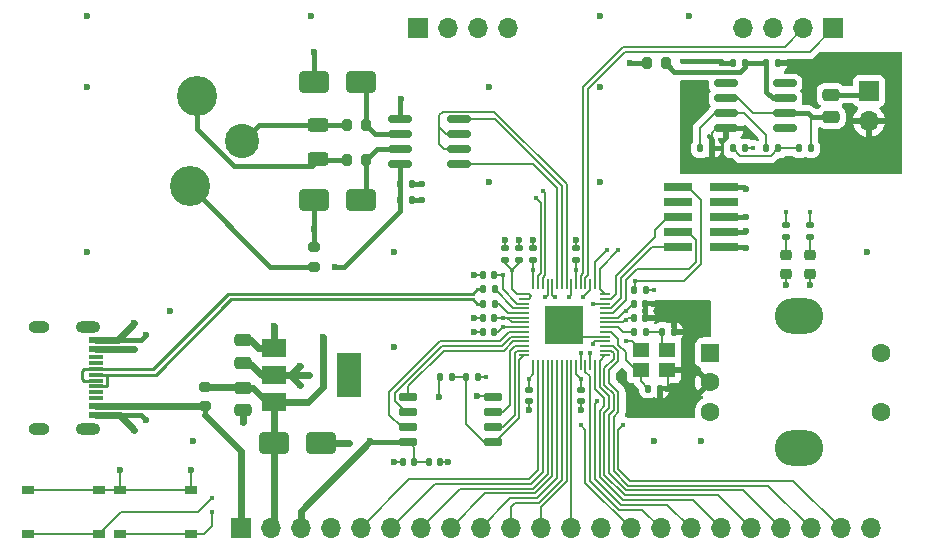
<source format=gtl>
G04 #@! TF.GenerationSoftware,KiCad,Pcbnew,7.0.10*
G04 #@! TF.CreationDate,2024-02-24T17:37:44+01:00*
G04 #@! TF.ProjectId,rp2040-board,72703230-3430-42d6-926f-6172642e6b69,rev?*
G04 #@! TF.SameCoordinates,Original*
G04 #@! TF.FileFunction,Copper,L1,Top*
G04 #@! TF.FilePolarity,Positive*
%FSLAX46Y46*%
G04 Gerber Fmt 4.6, Leading zero omitted, Abs format (unit mm)*
G04 Created by KiCad (PCBNEW 7.0.10) date 2024-02-24 17:37:44*
%MOMM*%
%LPD*%
G01*
G04 APERTURE LIST*
G04 Aperture macros list*
%AMRoundRect*
0 Rectangle with rounded corners*
0 $1 Rounding radius*
0 $2 $3 $4 $5 $6 $7 $8 $9 X,Y pos of 4 corners*
0 Add a 4 corners polygon primitive as box body*
4,1,4,$2,$3,$4,$5,$6,$7,$8,$9,$2,$3,0*
0 Add four circle primitives for the rounded corners*
1,1,$1+$1,$2,$3*
1,1,$1+$1,$4,$5*
1,1,$1+$1,$6,$7*
1,1,$1+$1,$8,$9*
0 Add four rect primitives between the rounded corners*
20,1,$1+$1,$2,$3,$4,$5,0*
20,1,$1+$1,$4,$5,$6,$7,0*
20,1,$1+$1,$6,$7,$8,$9,0*
20,1,$1+$1,$8,$9,$2,$3,0*%
G04 Aperture macros list end*
G04 #@! TA.AperFunction,SMDPad,CuDef*
%ADD10RoundRect,0.250000X0.475000X-0.250000X0.475000X0.250000X-0.475000X0.250000X-0.475000X-0.250000X0*%
G04 #@! TD*
G04 #@! TA.AperFunction,SMDPad,CuDef*
%ADD11RoundRect,0.200000X-0.275000X0.200000X-0.275000X-0.200000X0.275000X-0.200000X0.275000X0.200000X0*%
G04 #@! TD*
G04 #@! TA.AperFunction,SMDPad,CuDef*
%ADD12RoundRect,0.140000X0.170000X-0.140000X0.170000X0.140000X-0.170000X0.140000X-0.170000X-0.140000X0*%
G04 #@! TD*
G04 #@! TA.AperFunction,SMDPad,CuDef*
%ADD13RoundRect,0.140000X-0.140000X-0.170000X0.140000X-0.170000X0.140000X0.170000X-0.140000X0.170000X0*%
G04 #@! TD*
G04 #@! TA.AperFunction,SMDPad,CuDef*
%ADD14RoundRect,0.250000X1.000000X0.650000X-1.000000X0.650000X-1.000000X-0.650000X1.000000X-0.650000X0*%
G04 #@! TD*
G04 #@! TA.AperFunction,SMDPad,CuDef*
%ADD15RoundRect,0.140000X-0.170000X0.140000X-0.170000X-0.140000X0.170000X-0.140000X0.170000X0.140000X0*%
G04 #@! TD*
G04 #@! TA.AperFunction,ComponentPad*
%ADD16R,1.700000X1.700000*%
G04 #@! TD*
G04 #@! TA.AperFunction,ComponentPad*
%ADD17O,1.700000X1.700000*%
G04 #@! TD*
G04 #@! TA.AperFunction,SMDPad,CuDef*
%ADD18RoundRect,0.140000X0.140000X0.170000X-0.140000X0.170000X-0.140000X-0.170000X0.140000X-0.170000X0*%
G04 #@! TD*
G04 #@! TA.AperFunction,SMDPad,CuDef*
%ADD19RoundRect,0.135000X0.135000X0.185000X-0.135000X0.185000X-0.135000X-0.185000X0.135000X-0.185000X0*%
G04 #@! TD*
G04 #@! TA.AperFunction,SMDPad,CuDef*
%ADD20RoundRect,0.200000X0.275000X-0.200000X0.275000X0.200000X-0.275000X0.200000X-0.275000X-0.200000X0*%
G04 #@! TD*
G04 #@! TA.AperFunction,SMDPad,CuDef*
%ADD21RoundRect,0.135000X-0.135000X-0.185000X0.135000X-0.185000X0.135000X0.185000X-0.135000X0.185000X0*%
G04 #@! TD*
G04 #@! TA.AperFunction,SMDPad,CuDef*
%ADD22RoundRect,0.200000X0.200000X0.275000X-0.200000X0.275000X-0.200000X-0.275000X0.200000X-0.275000X0*%
G04 #@! TD*
G04 #@! TA.AperFunction,SMDPad,CuDef*
%ADD23R,1.000000X0.750000*%
G04 #@! TD*
G04 #@! TA.AperFunction,ComponentPad*
%ADD24RoundRect,0.250000X-0.550000X-0.550000X0.550000X-0.550000X0.550000X0.550000X-0.550000X0.550000X0*%
G04 #@! TD*
G04 #@! TA.AperFunction,ComponentPad*
%ADD25C,1.600000*%
G04 #@! TD*
G04 #@! TA.AperFunction,ComponentPad*
%ADD26O,4.100000X3.000000*%
G04 #@! TD*
G04 #@! TA.AperFunction,SMDPad,CuDef*
%ADD27R,2.400000X0.740000*%
G04 #@! TD*
G04 #@! TA.AperFunction,SMDPad,CuDef*
%ADD28RoundRect,0.200000X-0.200000X-0.275000X0.200000X-0.275000X0.200000X0.275000X-0.200000X0.275000X0*%
G04 #@! TD*
G04 #@! TA.AperFunction,ComponentPad*
%ADD29C,3.400000*%
G04 #@! TD*
G04 #@! TA.AperFunction,ComponentPad*
%ADD30C,2.900000*%
G04 #@! TD*
G04 #@! TA.AperFunction,SMDPad,CuDef*
%ADD31R,1.240000X0.600000*%
G04 #@! TD*
G04 #@! TA.AperFunction,SMDPad,CuDef*
%ADD32R,1.240000X0.300000*%
G04 #@! TD*
G04 #@! TA.AperFunction,ComponentPad*
%ADD33O,2.100000X1.000000*%
G04 #@! TD*
G04 #@! TA.AperFunction,ComponentPad*
%ADD34O,1.800000X1.000000*%
G04 #@! TD*
G04 #@! TA.AperFunction,SMDPad,CuDef*
%ADD35RoundRect,0.218750X0.256250X-0.218750X0.256250X0.218750X-0.256250X0.218750X-0.256250X-0.218750X0*%
G04 #@! TD*
G04 #@! TA.AperFunction,SMDPad,CuDef*
%ADD36RoundRect,0.250000X-1.000000X-0.650000X1.000000X-0.650000X1.000000X0.650000X-1.000000X0.650000X0*%
G04 #@! TD*
G04 #@! TA.AperFunction,SMDPad,CuDef*
%ADD37RoundRect,0.150000X0.650000X0.150000X-0.650000X0.150000X-0.650000X-0.150000X0.650000X-0.150000X0*%
G04 #@! TD*
G04 #@! TA.AperFunction,SMDPad,CuDef*
%ADD38RoundRect,0.135000X0.185000X-0.135000X0.185000X0.135000X-0.185000X0.135000X-0.185000X-0.135000X0*%
G04 #@! TD*
G04 #@! TA.AperFunction,SMDPad,CuDef*
%ADD39R,1.400000X1.200000*%
G04 #@! TD*
G04 #@! TA.AperFunction,SMDPad,CuDef*
%ADD40R,2.000000X1.500000*%
G04 #@! TD*
G04 #@! TA.AperFunction,SMDPad,CuDef*
%ADD41R,2.000000X3.800000*%
G04 #@! TD*
G04 #@! TA.AperFunction,SMDPad,CuDef*
%ADD42RoundRect,0.050000X0.050000X-0.387500X0.050000X0.387500X-0.050000X0.387500X-0.050000X-0.387500X0*%
G04 #@! TD*
G04 #@! TA.AperFunction,SMDPad,CuDef*
%ADD43RoundRect,0.050000X0.387500X-0.050000X0.387500X0.050000X-0.387500X0.050000X-0.387500X-0.050000X0*%
G04 #@! TD*
G04 #@! TA.AperFunction,SMDPad,CuDef*
%ADD44R,3.200000X3.200000*%
G04 #@! TD*
G04 #@! TA.AperFunction,SMDPad,CuDef*
%ADD45RoundRect,0.250000X0.625000X-0.312500X0.625000X0.312500X-0.625000X0.312500X-0.625000X-0.312500X0*%
G04 #@! TD*
G04 #@! TA.AperFunction,SMDPad,CuDef*
%ADD46RoundRect,0.150000X0.825000X0.150000X-0.825000X0.150000X-0.825000X-0.150000X0.825000X-0.150000X0*%
G04 #@! TD*
G04 #@! TA.AperFunction,SMDPad,CuDef*
%ADD47RoundRect,0.150000X-0.825000X-0.150000X0.825000X-0.150000X0.825000X0.150000X-0.825000X0.150000X0*%
G04 #@! TD*
G04 #@! TA.AperFunction,SMDPad,CuDef*
%ADD48RoundRect,0.250000X-0.475000X0.250000X-0.475000X-0.250000X0.475000X-0.250000X0.475000X0.250000X0*%
G04 #@! TD*
G04 #@! TA.AperFunction,ViaPad*
%ADD49C,0.450000*%
G04 #@! TD*
G04 #@! TA.AperFunction,ViaPad*
%ADD50C,0.600000*%
G04 #@! TD*
G04 #@! TA.AperFunction,Conductor*
%ADD51C,0.200000*%
G04 #@! TD*
G04 #@! TA.AperFunction,Conductor*
%ADD52C,0.400000*%
G04 #@! TD*
G04 #@! TA.AperFunction,Conductor*
%ADD53C,0.600000*%
G04 #@! TD*
G04 #@! TA.AperFunction,Conductor*
%ADD54C,0.284000*%
G04 #@! TD*
G04 APERTURE END LIST*
D10*
X119200000Y-104350000D03*
X119200000Y-102450000D03*
D11*
X116000000Y-106375000D03*
X116000000Y-108025000D03*
D12*
X143800000Y-95605000D03*
X143800000Y-94645000D03*
X147400000Y-95605000D03*
X147400000Y-94645000D03*
D13*
X152320000Y-100525000D03*
X153280000Y-100525000D03*
D14*
X129200000Y-90600000D03*
X125200000Y-90600000D03*
D15*
X143400000Y-106645000D03*
X143400000Y-107605000D03*
D16*
X119000000Y-118325000D03*
D17*
X121540000Y-118325000D03*
X124080000Y-118325000D03*
X126620000Y-118325000D03*
X129160000Y-118325000D03*
X131700000Y-118325000D03*
X134240000Y-118325000D03*
X136780000Y-118325000D03*
X139320000Y-118325000D03*
X141860000Y-118325000D03*
X144400000Y-118325000D03*
X146940000Y-118325000D03*
X149480000Y-118325000D03*
X152020000Y-118325000D03*
X154560000Y-118325000D03*
X157100000Y-118325000D03*
X159640000Y-118325000D03*
X162180000Y-118325000D03*
X164720000Y-118325000D03*
X167260000Y-118325000D03*
X169800000Y-118325000D03*
X172340000Y-118325000D03*
D18*
X133680000Y-112725000D03*
X132720000Y-112725000D03*
D19*
X161710000Y-86200000D03*
X160690000Y-86200000D03*
D20*
X125200000Y-96225000D03*
X125200000Y-94575000D03*
D21*
X135890000Y-105525000D03*
X136910000Y-105525000D03*
D13*
X154720000Y-101725000D03*
X155680000Y-101725000D03*
D22*
X155025000Y-79000000D03*
X153375000Y-79000000D03*
D23*
X101000000Y-115125000D03*
X107000000Y-115125000D03*
X101000000Y-118875000D03*
X107000000Y-118875000D03*
D13*
X132520000Y-89200000D03*
X133480000Y-89200000D03*
D16*
X169200000Y-76000000D03*
D17*
X166660000Y-76000000D03*
X164120000Y-76000000D03*
X161580000Y-76000000D03*
D10*
X169000000Y-83550000D03*
X169000000Y-81650000D03*
D13*
X157920000Y-86200000D03*
X158880000Y-86200000D03*
D18*
X161680000Y-79000000D03*
X160720000Y-79000000D03*
D21*
X139490000Y-98125000D03*
X140510000Y-98125000D03*
D13*
X166320000Y-86200000D03*
X167280000Y-86200000D03*
D24*
X158750000Y-103500000D03*
D25*
X158750000Y-108500000D03*
X158750000Y-106000000D03*
X173250000Y-103500000D03*
X173250000Y-108500000D03*
D26*
X166250000Y-100400000D03*
X166250000Y-111600000D03*
D27*
X159950000Y-94540000D03*
X156050000Y-94540000D03*
X159950000Y-93270000D03*
X156050000Y-93270000D03*
X159950000Y-92000000D03*
X156050000Y-92000000D03*
X159950000Y-90730000D03*
X156050000Y-90730000D03*
X159950000Y-89460000D03*
X156050000Y-89460000D03*
D28*
X127975000Y-84200000D03*
X129625000Y-84200000D03*
X127975000Y-87200000D03*
X129625000Y-87200000D03*
D21*
X139490000Y-99325000D03*
X140510000Y-99325000D03*
D29*
X114690000Y-89400000D03*
X115325000Y-81780000D03*
D30*
X119140000Y-85590000D03*
D31*
X106725000Y-102400000D03*
X106725000Y-103200000D03*
D32*
X106725000Y-104350000D03*
X106725000Y-105350000D03*
X106725000Y-105850000D03*
X106725000Y-106850000D03*
D31*
X106725000Y-108000000D03*
X106725000Y-108800000D03*
X106725000Y-108800000D03*
X106725000Y-108000000D03*
D32*
X106725000Y-107350000D03*
X106725000Y-106350000D03*
X106725000Y-104850000D03*
X106725000Y-103850000D03*
D31*
X106725000Y-103200000D03*
X106725000Y-102400000D03*
D33*
X106125000Y-101280000D03*
D34*
X101925000Y-101280000D03*
D33*
X106125000Y-109920000D03*
D34*
X101925000Y-109920000D03*
D23*
X108800000Y-115125000D03*
X114800000Y-115125000D03*
X108800000Y-118875000D03*
X114800000Y-118875000D03*
D15*
X147800000Y-106645000D03*
X147800000Y-107605000D03*
D18*
X140480000Y-96925000D03*
X139520000Y-96925000D03*
D16*
X172200000Y-81325000D03*
D17*
X172200000Y-83865000D03*
D35*
X165200000Y-96787500D03*
X165200000Y-95212500D03*
D12*
X141400000Y-95605000D03*
X141400000Y-94645000D03*
D16*
X134000000Y-76000000D03*
D17*
X136540000Y-76000000D03*
X139080000Y-76000000D03*
X141620000Y-76000000D03*
D13*
X163520000Y-79000000D03*
X164480000Y-79000000D03*
X152320000Y-99325000D03*
X153280000Y-99325000D03*
D36*
X121800000Y-111175000D03*
X125800000Y-111175000D03*
D21*
X152290000Y-101725000D03*
X153310000Y-101725000D03*
D37*
X140400000Y-111030000D03*
X140400000Y-109760000D03*
X140400000Y-108490000D03*
X140400000Y-107220000D03*
X133200000Y-107220000D03*
X133200000Y-108490000D03*
X133200000Y-109760000D03*
X133200000Y-111030000D03*
D38*
X165200000Y-93710000D03*
X165200000Y-92690000D03*
D39*
X152900000Y-104975000D03*
X155100000Y-104975000D03*
X155100000Y-103275000D03*
X152900000Y-103275000D03*
D40*
X121850000Y-103075000D03*
X121850000Y-105375000D03*
X121850000Y-107675000D03*
D41*
X128150000Y-105375000D03*
D13*
X134920000Y-112725000D03*
X135880000Y-112725000D03*
D38*
X167200000Y-93710000D03*
X167200000Y-92690000D03*
D42*
X143800000Y-104562500D03*
X144200000Y-104562500D03*
X144600000Y-104562500D03*
X145000000Y-104562500D03*
X145400000Y-104562500D03*
X145800000Y-104562500D03*
X146200000Y-104562500D03*
X146600000Y-104562500D03*
X147000000Y-104562500D03*
X147400000Y-104562500D03*
X147800000Y-104562500D03*
X148200000Y-104562500D03*
X148600000Y-104562500D03*
X149000000Y-104562500D03*
D43*
X149837500Y-103725000D03*
X149837500Y-103325000D03*
X149837500Y-102925000D03*
X149837500Y-102525000D03*
X149837500Y-102125000D03*
X149837500Y-101725000D03*
X149837500Y-101325000D03*
X149837500Y-100925000D03*
X149837500Y-100525000D03*
X149837500Y-100125000D03*
X149837500Y-99725000D03*
X149837500Y-99325000D03*
X149837500Y-98925000D03*
X149837500Y-98525000D03*
D42*
X149000000Y-97687500D03*
X148600000Y-97687500D03*
X148200000Y-97687500D03*
X147800000Y-97687500D03*
X147400000Y-97687500D03*
X147000000Y-97687500D03*
X146600000Y-97687500D03*
X146200000Y-97687500D03*
X145800000Y-97687500D03*
X145400000Y-97687500D03*
X145000000Y-97687500D03*
X144600000Y-97687500D03*
X144200000Y-97687500D03*
X143800000Y-97687500D03*
D43*
X142962500Y-98525000D03*
X142962500Y-98925000D03*
X142962500Y-99325000D03*
X142962500Y-99725000D03*
X142962500Y-100125000D03*
X142962500Y-100525000D03*
X142962500Y-100925000D03*
X142962500Y-101325000D03*
X142962500Y-101725000D03*
X142962500Y-102125000D03*
X142962500Y-102525000D03*
X142962500Y-102925000D03*
X142962500Y-103325000D03*
X142962500Y-103725000D03*
D44*
X146400000Y-101125000D03*
D45*
X125600000Y-87125000D03*
X125600000Y-84200000D03*
D21*
X152290000Y-98200000D03*
X153310000Y-98200000D03*
D46*
X137475000Y-87505000D03*
X137475000Y-86235000D03*
X137475000Y-84965000D03*
X137475000Y-83695000D03*
X132525000Y-83695000D03*
X132525000Y-84965000D03*
X132525000Y-86235000D03*
X132525000Y-87505000D03*
D18*
X140480000Y-101725000D03*
X139520000Y-101725000D03*
D19*
X164510000Y-86200000D03*
X163490000Y-86200000D03*
D13*
X132520000Y-90600000D03*
X133480000Y-90600000D03*
D14*
X129200000Y-80600000D03*
X125200000Y-80600000D03*
D35*
X167200000Y-96787500D03*
X167200000Y-95212500D03*
D18*
X140480000Y-100525000D03*
X139520000Y-100525000D03*
D47*
X160125000Y-80695000D03*
X160125000Y-81965000D03*
X160125000Y-83235000D03*
X160125000Y-84505000D03*
X165075000Y-84505000D03*
X165075000Y-83235000D03*
X165075000Y-81965000D03*
X165075000Y-80695000D03*
D21*
X138090000Y-105525000D03*
X139110000Y-105525000D03*
D12*
X142600000Y-95605000D03*
X142600000Y-94645000D03*
D48*
X119200000Y-106450000D03*
X119200000Y-108350000D03*
D13*
X153520000Y-106525000D03*
X154480000Y-106525000D03*
D49*
X142000000Y-96525000D03*
D50*
X135800000Y-107200000D03*
X130000000Y-111000000D03*
X124000000Y-106200000D03*
D49*
X147800000Y-105725000D03*
X147400000Y-96525000D03*
X151600000Y-100725000D03*
X143800000Y-96525000D03*
X143400000Y-105725000D03*
X141200000Y-100525000D03*
D50*
X124000000Y-104600000D03*
X124800000Y-105400000D03*
X161800000Y-94600000D03*
X154000000Y-111000000D03*
X146400000Y-102000000D03*
X165800000Y-87400000D03*
X138800000Y-100525000D03*
X149400000Y-81000000D03*
X143400000Y-108325000D03*
X140000000Y-89000000D03*
X145600000Y-102000000D03*
X115000000Y-111000000D03*
X143800000Y-93925000D03*
X106000000Y-81000000D03*
X156400000Y-101725000D03*
X106000000Y-95000000D03*
X125200000Y-93000000D03*
X132000000Y-95000000D03*
X172000000Y-79000000D03*
X154400000Y-108000000D03*
D49*
X151600000Y-102525000D03*
D50*
X147200000Y-100200000D03*
X161800000Y-84600000D03*
X114800000Y-113400000D03*
X106000000Y-75000000D03*
X157000000Y-103200000D03*
X157000000Y-108000000D03*
X110000000Y-110000000D03*
X156200000Y-100600000D03*
X141400000Y-93925000D03*
X139000000Y-107125000D03*
X157000000Y-105000000D03*
X155200000Y-106525000D03*
X161800000Y-93200000D03*
X167200000Y-97800000D03*
X147400000Y-93925000D03*
X172000000Y-95000000D03*
X161800000Y-92000000D03*
X146400000Y-101125000D03*
X172000000Y-87400000D03*
X154000000Y-99325000D03*
X149400000Y-75000000D03*
X157000000Y-87400000D03*
X136600000Y-112725000D03*
X165400000Y-79000000D03*
X157000000Y-81000000D03*
X134400000Y-90600000D03*
X158000000Y-111000000D03*
X152000000Y-108000000D03*
X161800000Y-89600000D03*
X138800000Y-96925000D03*
X138800000Y-101725000D03*
X146400000Y-100200000D03*
X157000000Y-75000000D03*
X111000000Y-102000000D03*
X125200000Y-78000000D03*
X142600000Y-93925000D03*
X125000000Y-75000000D03*
X110000000Y-101000000D03*
X154000000Y-100525000D03*
X132000000Y-103000000D03*
X151200000Y-105800000D03*
X113000000Y-100000000D03*
X121800000Y-101200000D03*
X132000000Y-112725000D03*
X132600000Y-82000000D03*
X111000000Y-109200000D03*
X145600000Y-100200000D03*
X140000000Y-81000000D03*
X165200000Y-97800000D03*
X128200000Y-111175000D03*
X159800000Y-79000000D03*
X134400000Y-89200000D03*
X149400000Y-89000000D03*
X147200000Y-102000000D03*
X119200000Y-109400000D03*
X108800000Y-113400000D03*
X147800000Y-108325000D03*
D49*
X151600000Y-99925000D03*
X141200000Y-96925000D03*
X141200000Y-101325000D03*
D50*
X152000000Y-79000000D03*
X126000000Y-102200000D03*
X127000000Y-96200000D03*
D49*
X144000000Y-90400000D03*
X144600000Y-89800000D03*
X152400000Y-97400000D03*
X148800000Y-99325000D03*
D50*
X110000000Y-103200000D03*
X113200000Y-108000000D03*
D49*
X139800000Y-105525000D03*
X116600000Y-115800000D03*
X154000000Y-98200000D03*
X116600000Y-117000000D03*
X145600000Y-98800000D03*
X165200000Y-91600000D03*
X144800000Y-98800000D03*
X167200000Y-91600000D03*
X151000000Y-94800000D03*
X150000000Y-94800000D03*
X148000000Y-98800000D03*
X146800000Y-98800000D03*
X162400000Y-86200000D03*
X147800000Y-103525000D03*
X147800000Y-109600000D03*
X148600000Y-103525000D03*
X149200000Y-107600000D03*
X151400000Y-109600000D03*
X148800000Y-102725000D03*
D51*
X147400000Y-104562500D02*
X147400000Y-105325000D01*
X151400000Y-100925000D02*
X151600000Y-100725000D01*
X151800000Y-100525000D02*
X151600000Y-100725000D01*
D52*
X130030000Y-111030000D02*
X130000000Y-111000000D01*
D53*
X119750000Y-104350000D02*
X120775000Y-105375000D01*
X120775000Y-105375000D02*
X121850000Y-105375000D01*
D51*
X141200000Y-100525000D02*
X140480000Y-100525000D01*
X133680000Y-112725000D02*
X134920000Y-112725000D01*
X143800000Y-105325000D02*
X143400000Y-105725000D01*
D52*
X161740000Y-94540000D02*
X161800000Y-94600000D01*
D51*
X147400000Y-96525000D02*
X147400000Y-95605000D01*
X141400000Y-95605000D02*
X141400000Y-95925000D01*
X142962500Y-98525000D02*
X142400000Y-98525000D01*
X142962500Y-98925000D02*
X143400000Y-98925000D01*
X133680000Y-111510000D02*
X133200000Y-111030000D01*
X141600000Y-100525000D02*
X141200000Y-100525000D01*
X142962500Y-100925000D02*
X142000000Y-100925000D01*
D53*
X121850000Y-105375000D02*
X123175000Y-105375000D01*
D51*
X147400000Y-105325000D02*
X147800000Y-105725000D01*
D53*
X124080000Y-118325000D02*
X124080000Y-116920000D01*
D51*
X142400000Y-98525000D02*
X142000000Y-98125000D01*
X142600000Y-95605000D02*
X142600000Y-95925000D01*
D52*
X135800000Y-105615000D02*
X135890000Y-105525000D01*
X159950000Y-94540000D02*
X161740000Y-94540000D01*
D53*
X119200000Y-104350000D02*
X119750000Y-104350000D01*
D51*
X149837500Y-100925000D02*
X151400000Y-100925000D01*
X143800000Y-104562500D02*
X143800000Y-105325000D01*
X143400000Y-98925000D02*
X143600000Y-98725000D01*
X147400000Y-97687500D02*
X147400000Y-96525000D01*
X142962500Y-100525000D02*
X141600000Y-100525000D01*
X142000000Y-98125000D02*
X142000000Y-96525000D01*
X142600000Y-95925000D02*
X142000000Y-96525000D01*
D53*
X123175000Y-105375000D02*
X124000000Y-106200000D01*
D51*
X135800000Y-107200000D02*
X135800000Y-105615000D01*
D53*
X124080000Y-116920000D02*
X130000000Y-111000000D01*
D51*
X143800000Y-96525000D02*
X143800000Y-95605000D01*
D52*
X120975000Y-105375000D02*
X121850000Y-105375000D01*
D51*
X143800000Y-96525000D02*
X143800000Y-97687500D01*
D52*
X133200000Y-111030000D02*
X130030000Y-111030000D01*
D53*
X121850000Y-105375000D02*
X124775000Y-105375000D01*
D51*
X141400000Y-95925000D02*
X142000000Y-96525000D01*
D53*
X124775000Y-105375000D02*
X124800000Y-105400000D01*
D51*
X143600000Y-98725000D02*
X143400000Y-98525000D01*
D53*
X123225000Y-105375000D02*
X124000000Y-104600000D01*
X121850000Y-105375000D02*
X123225000Y-105375000D01*
D51*
X143400000Y-98525000D02*
X142962500Y-98525000D01*
X152320000Y-100525000D02*
X151800000Y-100525000D01*
X143400000Y-105725000D02*
X143400000Y-106645000D01*
X142000000Y-100925000D02*
X141600000Y-100525000D01*
X147800000Y-105725000D02*
X147800000Y-106645000D01*
X133680000Y-112725000D02*
X133680000Y-111510000D01*
X139520000Y-101725000D02*
X138800000Y-101725000D01*
D52*
X164480000Y-79000000D02*
X165400000Y-79000000D01*
D53*
X128200000Y-111175000D02*
X125800000Y-111175000D01*
D51*
X153280000Y-99325000D02*
X154000000Y-99325000D01*
X151600000Y-102525000D02*
X152150000Y-102525000D01*
D53*
X106725000Y-108800000D02*
X108800000Y-108800000D01*
D52*
X132525000Y-83695000D02*
X132525000Y-82075000D01*
X133480000Y-89200000D02*
X134400000Y-89200000D01*
X110600000Y-108800000D02*
X111000000Y-109200000D01*
X160720000Y-79000000D02*
X159800000Y-79000000D01*
X121525000Y-103400000D02*
X121850000Y-103075000D01*
D51*
X114800000Y-115125000D02*
X114800000Y-113400000D01*
X160125000Y-84505000D02*
X159295000Y-84505000D01*
D53*
X119850000Y-102450000D02*
X120475000Y-103075000D01*
D51*
X159295000Y-84505000D02*
X158880000Y-84920000D01*
D52*
X125200000Y-94575000D02*
X125200000Y-93000000D01*
X132525000Y-82075000D02*
X132600000Y-82000000D01*
D51*
X165200000Y-96787500D02*
X165200000Y-97800000D01*
X152150000Y-102525000D02*
X152900000Y-103275000D01*
X147000000Y-101725000D02*
X146400000Y-101125000D01*
D52*
X106725000Y-102400000D02*
X110600000Y-102400000D01*
D53*
X108800000Y-108800000D02*
X110000000Y-110000000D01*
D52*
X161730000Y-93270000D02*
X161800000Y-93200000D01*
D51*
X107000000Y-115125000D02*
X108800000Y-115125000D01*
D52*
X160125000Y-84505000D02*
X161705000Y-84505000D01*
D53*
X119200000Y-102450000D02*
X119850000Y-102450000D01*
D51*
X140305000Y-107125000D02*
X140400000Y-107220000D01*
X143400000Y-108325000D02*
X143400000Y-107605000D01*
D53*
X119200000Y-108350000D02*
X119200000Y-109400000D01*
X121850000Y-103075000D02*
X121850000Y-101250000D01*
X121850000Y-101250000D02*
X121800000Y-101200000D01*
D51*
X108800000Y-115125000D02*
X108800000Y-113400000D01*
D52*
X110600000Y-102400000D02*
X111000000Y-102000000D01*
X125200000Y-90600000D02*
X125200000Y-93000000D01*
X159950000Y-89460000D02*
X161660000Y-89460000D01*
X106725000Y-108800000D02*
X110600000Y-108800000D01*
X159950000Y-93270000D02*
X161730000Y-93270000D01*
D51*
X167200000Y-96787500D02*
X167200000Y-97800000D01*
D52*
X161660000Y-89460000D02*
X161800000Y-89600000D01*
D51*
X139520000Y-96925000D02*
X138800000Y-96925000D01*
X141400000Y-94645000D02*
X141400000Y-93925000D01*
X139520000Y-100525000D02*
X138800000Y-100525000D01*
X135880000Y-112725000D02*
X136600000Y-112725000D01*
X158880000Y-84920000D02*
X158880000Y-86200000D01*
X139000000Y-107125000D02*
X140305000Y-107125000D01*
X147600000Y-102325000D02*
X147400000Y-102125000D01*
D52*
X125200000Y-80600000D02*
X125200000Y-78000000D01*
D53*
X106725000Y-102400000D02*
X108600000Y-102400000D01*
D51*
X155680000Y-101725000D02*
X156400000Y-101725000D01*
X155200000Y-106525000D02*
X154480000Y-106525000D01*
D52*
X161705000Y-84505000D02*
X161800000Y-84600000D01*
D51*
X147800000Y-108325000D02*
X147800000Y-107605000D01*
X132000000Y-112725000D02*
X132720000Y-112725000D01*
X149837500Y-102125000D02*
X147400000Y-102125000D01*
X147400000Y-102125000D02*
X147000000Y-101725000D01*
X147400000Y-102125000D02*
X146400000Y-101125000D01*
X147400000Y-94645000D02*
X147400000Y-93925000D01*
X142600000Y-94645000D02*
X142600000Y-93925000D01*
X108800000Y-115125000D02*
X114800000Y-115125000D01*
X155200000Y-105075000D02*
X155100000Y-104975000D01*
X101000000Y-115125000D02*
X107000000Y-115125000D01*
D52*
X121800000Y-103025000D02*
X121850000Y-103075000D01*
X133480000Y-90600000D02*
X134400000Y-90600000D01*
D51*
X155200000Y-106525000D02*
X155200000Y-105075000D01*
D53*
X120475000Y-103075000D02*
X121850000Y-103075000D01*
D52*
X159950000Y-92000000D02*
X161800000Y-92000000D01*
D51*
X143800000Y-94645000D02*
X143800000Y-93925000D01*
X153280000Y-100525000D02*
X154000000Y-100525000D01*
D53*
X108600000Y-102400000D02*
X110000000Y-101000000D01*
D51*
X152320000Y-99325000D02*
X152200000Y-99325000D01*
X142962500Y-101325000D02*
X141200000Y-101325000D01*
X149837500Y-100525000D02*
X150951471Y-100525000D01*
X150951471Y-100525000D02*
X151551471Y-99925000D01*
X141200000Y-96925000D02*
X140480000Y-96925000D01*
X141200000Y-98102818D02*
X141200000Y-96925000D01*
X152200000Y-99325000D02*
X151600000Y-99925000D01*
X142962500Y-99325000D02*
X142422182Y-99325000D01*
X142422182Y-99325000D02*
X141200000Y-98102818D01*
X151551471Y-99925000D02*
X151600000Y-99925000D01*
X140800000Y-101725000D02*
X141200000Y-101325000D01*
X140480000Y-101725000D02*
X140800000Y-101725000D01*
D52*
X127800000Y-96200000D02*
X127200000Y-96200000D01*
D53*
X119125000Y-106375000D02*
X119200000Y-106450000D01*
X121850000Y-107675000D02*
X124725000Y-107675000D01*
X121800000Y-118065000D02*
X121540000Y-118325000D01*
X121850000Y-107675000D02*
X121850000Y-111125000D01*
X121850000Y-111125000D02*
X121800000Y-111175000D01*
D52*
X153375000Y-79000000D02*
X152000000Y-79000000D01*
D53*
X126000000Y-106400000D02*
X126000000Y-102200000D01*
D52*
X121075000Y-107675000D02*
X121850000Y-107675000D01*
D53*
X124725000Y-107675000D02*
X126000000Y-106400000D01*
X121800000Y-111175000D02*
X121800000Y-118065000D01*
D52*
X132520000Y-91480000D02*
X127800000Y-96200000D01*
D53*
X120050000Y-106450000D02*
X121275000Y-107675000D01*
X121275000Y-107675000D02*
X121850000Y-107675000D01*
D52*
X132520000Y-89200000D02*
X132520000Y-87510000D01*
X132520000Y-89200000D02*
X132520000Y-90600000D01*
D53*
X116000000Y-106375000D02*
X119125000Y-106375000D01*
X119150000Y-106375000D02*
X119200000Y-106425000D01*
D52*
X132520000Y-90600000D02*
X132520000Y-91480000D01*
X132520000Y-87510000D02*
X132525000Y-87505000D01*
D53*
X119200000Y-106425000D02*
X119425000Y-106425000D01*
X119200000Y-106450000D02*
X120050000Y-106450000D01*
D51*
X151600000Y-104125000D02*
X152450000Y-104975000D01*
X150371360Y-101725000D02*
X151000000Y-102353640D01*
X149837500Y-101725000D02*
X150371360Y-101725000D01*
X151000000Y-102822268D02*
X151600000Y-103422268D01*
X151600000Y-103422268D02*
X151600000Y-104125000D01*
X152900000Y-104975000D02*
X152900000Y-105905000D01*
X152900000Y-105905000D02*
X153520000Y-106525000D01*
X151000000Y-102353640D02*
X151000000Y-102822268D01*
X152450000Y-104975000D02*
X152900000Y-104975000D01*
X154720000Y-101725000D02*
X154720000Y-102895000D01*
X153310000Y-101725000D02*
X154720000Y-101725000D01*
X154720000Y-102895000D02*
X155100000Y-103275000D01*
D52*
X130390000Y-84965000D02*
X129625000Y-84200000D01*
X129625000Y-84200000D02*
X129625000Y-81025000D01*
X129625000Y-81025000D02*
X129200000Y-80600000D01*
X132525000Y-84965000D02*
X130390000Y-84965000D01*
X129625000Y-87200000D02*
X129625000Y-90175000D01*
X130590000Y-86235000D02*
X129625000Y-87200000D01*
X129625000Y-90175000D02*
X129200000Y-90600000D01*
X132525000Y-86235000D02*
X130590000Y-86235000D01*
D51*
X165200000Y-93710000D02*
X165200000Y-95212500D01*
X167200000Y-93710000D02*
X167200000Y-95212500D01*
D54*
X107600000Y-105350000D02*
X106725000Y-105350000D01*
X139009999Y-99325000D02*
X138651999Y-98967000D01*
X106725000Y-106350000D02*
X107679000Y-106350000D01*
X107655001Y-105350000D02*
X106725000Y-105350000D01*
X138651999Y-98967000D02*
X118175240Y-98967000D01*
X107687000Y-106342000D02*
X107687000Y-105437000D01*
X107663001Y-105342000D02*
X107655001Y-105350000D01*
X118175240Y-98967000D02*
X111800240Y-105342000D01*
X107679000Y-106350000D02*
X107687000Y-106342000D01*
X139490000Y-99325000D02*
X139009999Y-99325000D01*
X111800240Y-105342000D02*
X107663001Y-105342000D01*
X107687000Y-105437000D02*
X107600000Y-105350000D01*
X117974760Y-98483000D02*
X111599760Y-104858000D01*
X105771000Y-104850000D02*
X105600000Y-105021000D01*
X111599760Y-104858000D02*
X107663001Y-104858000D01*
X106725000Y-104850000D02*
X105771000Y-104850000D01*
X105771000Y-105850000D02*
X106725000Y-105850000D01*
X105600000Y-105679000D02*
X105771000Y-105850000D01*
X138651999Y-98483000D02*
X117974760Y-98483000D01*
X139009999Y-98125000D02*
X138651999Y-98483000D01*
X105600000Y-105021000D02*
X105600000Y-105679000D01*
X139490000Y-98125000D02*
X139009999Y-98125000D01*
X107663001Y-104858000D02*
X107655001Y-104850000D01*
X107655001Y-104850000D02*
X106725000Y-104850000D01*
D51*
X159150001Y-83235000D02*
X160125000Y-83235000D01*
X157920000Y-84465001D02*
X159150001Y-83235000D01*
X161635000Y-83235000D02*
X160125000Y-83235000D01*
X157920000Y-86200000D02*
X157920000Y-84465001D01*
X163490000Y-85090000D02*
X161635000Y-83235000D01*
X163490000Y-86200000D02*
X163490000Y-85090000D01*
X148200000Y-97153640D02*
X148200000Y-97687500D01*
X151551471Y-78000000D02*
X148410000Y-81141471D01*
X148410000Y-96943640D02*
X148200000Y-97153640D01*
X148410000Y-81141471D02*
X148410000Y-96943640D01*
X169200000Y-76000000D02*
X167200000Y-78000000D01*
X167200000Y-78000000D02*
X151551471Y-78000000D01*
X148010000Y-96777954D02*
X148010000Y-80975785D01*
X147800000Y-97687500D02*
X147800000Y-96987954D01*
X151385785Y-77600000D02*
X165060000Y-77600000D01*
X147800000Y-96987954D02*
X148010000Y-96777954D01*
X165060000Y-77600000D02*
X166660000Y-76000000D01*
X148010000Y-80975785D02*
X151385785Y-77600000D01*
X144410000Y-90810000D02*
X144000000Y-90400000D01*
X144410000Y-96763529D02*
X144410000Y-90810000D01*
X144200000Y-97687500D02*
X144200000Y-96973529D01*
X144200000Y-96973529D02*
X144410000Y-96763529D01*
X144600000Y-97153640D02*
X144810000Y-96943640D01*
X144810000Y-96943640D02*
X144810000Y-90010000D01*
X144810000Y-90010000D02*
X144600000Y-89800000D01*
X144600000Y-97687500D02*
X144600000Y-97153640D01*
X151200000Y-97185785D02*
X153845785Y-94540000D01*
X151200000Y-98896360D02*
X151200000Y-97185785D01*
X150371360Y-99725000D02*
X151200000Y-98896360D01*
X149837500Y-99725000D02*
X150371360Y-99725000D01*
X153845785Y-94540000D02*
X156050000Y-94540000D01*
X151600000Y-99062045D02*
X151600000Y-97351471D01*
X156880000Y-93270000D02*
X156050000Y-93270000D01*
X152551471Y-96400000D02*
X157000000Y-96400000D01*
X149837500Y-100125000D02*
X150537046Y-100125000D01*
X150537046Y-100125000D02*
X151600000Y-99062045D01*
X151600000Y-97351471D02*
X152551471Y-96400000D01*
X157550000Y-95850000D02*
X157550000Y-93940000D01*
X157000000Y-96400000D02*
X157550000Y-95850000D01*
X157550000Y-93940000D02*
X156880000Y-93270000D01*
X150800000Y-98496360D02*
X150371360Y-98925000D01*
X150371360Y-98925000D02*
X149837500Y-98925000D01*
X154090810Y-93129190D02*
X154090810Y-93729289D01*
X156050000Y-92000000D02*
X155220000Y-92000000D01*
X155220000Y-92000000D02*
X154090810Y-93129190D01*
X154090810Y-93729289D02*
X150800000Y-97020099D01*
X150800000Y-97020099D02*
X150800000Y-98496360D01*
X152400000Y-98090000D02*
X152290000Y-98200000D01*
X157950000Y-90550000D02*
X156860000Y-89460000D01*
X152400000Y-97400000D02*
X156565685Y-97400000D01*
X157950000Y-96015685D02*
X157950000Y-90550000D01*
X149837500Y-99325000D02*
X148800000Y-99325000D01*
X156565685Y-97400000D02*
X157950000Y-96015685D01*
X152400000Y-97400000D02*
X152400000Y-98090000D01*
X155220000Y-89460000D02*
X156050000Y-89460000D01*
X156860000Y-89460000D02*
X156050000Y-89460000D01*
D53*
X119000000Y-118325000D02*
X119000000Y-111800000D01*
X113200000Y-108000000D02*
X106725000Y-108000000D01*
D52*
X116000000Y-108025000D02*
X116000000Y-108800000D01*
D53*
X115975000Y-108000000D02*
X116000000Y-108025000D01*
X113200000Y-108000000D02*
X115975000Y-108000000D01*
X119000000Y-111800000D02*
X116000000Y-108800000D01*
X106725000Y-103200000D02*
X110000000Y-103200000D01*
D51*
X166320000Y-86200000D02*
X164510000Y-86200000D01*
X161310000Y-86820000D02*
X160690000Y-86200000D01*
X164510000Y-86200000D02*
X163890000Y-86820000D01*
X163890000Y-86820000D02*
X161310000Y-86820000D01*
X165075000Y-83235000D02*
X164100001Y-83235000D01*
X167280000Y-86200000D02*
X167280000Y-83620000D01*
X161099999Y-81965000D02*
X162369999Y-83235000D01*
D52*
X167350000Y-83550000D02*
X169000000Y-83550000D01*
D51*
X162369999Y-83235000D02*
X165075000Y-83235000D01*
D52*
X167035000Y-83235000D02*
X167350000Y-83550000D01*
D51*
X160125000Y-81965000D02*
X161099999Y-81965000D01*
X167280000Y-83620000D02*
X167350000Y-83550000D01*
D52*
X165075000Y-83235000D02*
X167035000Y-83235000D01*
D51*
X138090000Y-105525000D02*
X136910000Y-105525000D01*
X139600001Y-111030000D02*
X138090000Y-109519999D01*
X142600000Y-109000552D02*
X140570552Y-111030000D01*
X140570552Y-111030000D02*
X140400000Y-111030000D01*
X138090000Y-109519999D02*
X138090000Y-105525000D01*
X140400000Y-111030000D02*
X139600001Y-111030000D01*
X142600000Y-104087500D02*
X142600000Y-109000552D01*
X142962500Y-103725000D02*
X142600000Y-104087500D01*
X107000000Y-118875000D02*
X108875000Y-117000000D01*
X108875000Y-117000000D02*
X113800000Y-117000000D01*
X139110000Y-105525000D02*
X139800000Y-105525000D01*
X113800000Y-117000000D02*
X115400000Y-117000000D01*
X101000000Y-118875000D02*
X107000000Y-118875000D01*
X115400000Y-117000000D02*
X116600000Y-115800000D01*
X141648529Y-100125000D02*
X140848529Y-99325000D01*
X140848529Y-99325000D02*
X140510000Y-99325000D01*
X142962500Y-100125000D02*
X141648529Y-100125000D01*
X142962500Y-99725000D02*
X142110000Y-99725000D01*
X142110000Y-99725000D02*
X140510000Y-98125000D01*
X151400000Y-101725000D02*
X152290000Y-101725000D01*
X151000000Y-101325000D02*
X151400000Y-101725000D01*
X149837500Y-101325000D02*
X151000000Y-101325000D01*
X114800000Y-118875000D02*
X115925000Y-118875000D01*
X116600000Y-118200000D02*
X116600000Y-117000000D01*
X153310000Y-98200000D02*
X154000000Y-98200000D01*
X115925000Y-118875000D02*
X116600000Y-118200000D01*
X108800000Y-118875000D02*
X114800000Y-118875000D01*
X165200000Y-91600000D02*
X165200000Y-92690000D01*
X145400000Y-98600000D02*
X145600000Y-98800000D01*
X145400000Y-97687500D02*
X145400000Y-98600000D01*
X145000000Y-98600000D02*
X144800000Y-98800000D01*
X145000000Y-97687500D02*
X145000000Y-98600000D01*
X167200000Y-91600000D02*
X167200000Y-92690000D01*
X149400000Y-98087500D02*
X149400000Y-96400000D01*
X149400000Y-96400000D02*
X151000000Y-94800000D01*
X149837500Y-98525000D02*
X149400000Y-98087500D01*
X149000000Y-97687500D02*
X149000000Y-95800000D01*
X149000000Y-95800000D02*
X150000000Y-94800000D01*
X148021360Y-98800000D02*
X148000000Y-98800000D01*
X148600000Y-98221360D02*
X148021360Y-98800000D01*
X148600000Y-97687500D02*
X148600000Y-98221360D01*
X142200000Y-108759999D02*
X141199999Y-109760000D01*
X141199999Y-109760000D02*
X140400000Y-109760000D01*
X142962500Y-103325000D02*
X142428640Y-103325000D01*
X142200000Y-103553640D02*
X142200000Y-108759999D01*
X142428640Y-103325000D02*
X142200000Y-103553640D01*
X142262954Y-102925000D02*
X141800000Y-103387954D01*
X141235000Y-108490000D02*
X140400000Y-108490000D01*
X141800000Y-103387954D02*
X141800000Y-107925000D01*
X142962500Y-102925000D02*
X142262954Y-102925000D01*
X141800000Y-107925000D02*
X141235000Y-108490000D01*
X136220134Y-103325000D02*
X133200000Y-106345134D01*
X142097268Y-102525000D02*
X141297268Y-103325000D01*
X142962500Y-102525000D02*
X142097268Y-102525000D01*
X141297268Y-103325000D02*
X136220134Y-103325000D01*
X133200000Y-106345134D02*
X133200000Y-107220000D01*
X132100000Y-106879448D02*
X132100000Y-107560552D01*
X141131582Y-102925000D02*
X136054448Y-102925000D01*
X136054448Y-102925000D02*
X132100000Y-106879448D01*
X133029448Y-108490000D02*
X133200000Y-108490000D01*
X142962500Y-102125000D02*
X141931582Y-102125000D01*
X141931582Y-102125000D02*
X141131582Y-102925000D01*
X132100000Y-107560552D02*
X133029448Y-108490000D01*
X132635000Y-109760000D02*
X133200000Y-109760000D01*
X131600000Y-106813762D02*
X131600000Y-108725000D01*
X142962500Y-101725000D02*
X141765897Y-101725000D01*
X131600000Y-108725000D02*
X132635000Y-109760000D01*
X140965897Y-102525000D02*
X135888762Y-102525000D01*
X135888762Y-102525000D02*
X131600000Y-106813762D01*
X141765897Y-101725000D02*
X140965897Y-102525000D01*
X145800000Y-97687500D02*
X145800000Y-89531372D01*
X143773628Y-87505000D02*
X137475000Y-87505000D01*
X145800000Y-89531372D02*
X143773628Y-87505000D01*
X135800000Y-84400000D02*
X136365000Y-84965000D01*
X136235000Y-86235000D02*
X137475000Y-86235000D01*
X146600000Y-97687500D02*
X146600000Y-89200000D01*
X135800000Y-83400000D02*
X135800000Y-84400000D01*
X146600000Y-89200000D02*
X140495000Y-83095000D01*
X135800000Y-84400000D02*
X135800000Y-85800000D01*
X136365000Y-84965000D02*
X137475000Y-84965000D01*
X135800000Y-85800000D02*
X136235000Y-86235000D01*
X136105000Y-83095000D02*
X135800000Y-83400000D01*
X140495000Y-83095000D02*
X136105000Y-83095000D01*
X140529314Y-83695000D02*
X137475000Y-83695000D01*
X146200000Y-97687500D02*
X146200000Y-89365686D01*
X146200000Y-89365686D02*
X140529314Y-83695000D01*
D52*
X171875000Y-81650000D02*
X172200000Y-81325000D01*
X169000000Y-81650000D02*
X171875000Y-81650000D01*
X161279999Y-79710000D02*
X155735000Y-79710000D01*
X163520000Y-81384999D02*
X164100001Y-81965000D01*
X155735000Y-79710000D02*
X155025000Y-79000000D01*
X161680000Y-79000000D02*
X161680000Y-79309999D01*
X163520000Y-79000000D02*
X163520000Y-81384999D01*
X164100001Y-81965000D02*
X165075000Y-81965000D01*
X161680000Y-79000000D02*
X163520000Y-79000000D01*
X161680000Y-79309999D02*
X161279999Y-79710000D01*
D51*
X147000000Y-98600000D02*
X146800000Y-98800000D01*
X162400000Y-86200000D02*
X161710000Y-86200000D01*
X147000000Y-97687500D02*
X147000000Y-98600000D01*
D52*
X121515000Y-96225000D02*
X114690000Y-89400000D01*
X125200000Y-96225000D02*
X121515000Y-96225000D01*
X127975000Y-87200000D02*
X125675000Y-87200000D01*
X118487500Y-87687500D02*
X115325000Y-84525000D01*
X125675000Y-87200000D02*
X125600000Y-87125000D01*
X125600000Y-87125000D02*
X125037500Y-87687500D01*
X115325000Y-84525000D02*
X115325000Y-81780000D01*
X125037500Y-87687500D02*
X118487500Y-87687500D01*
X120530000Y-84200000D02*
X119140000Y-85590000D01*
X125600000Y-84200000D02*
X120530000Y-84200000D01*
X125600000Y-84200000D02*
X127975000Y-84200000D01*
D51*
X143400000Y-114200000D02*
X133285000Y-114200000D01*
X144200000Y-113400000D02*
X143400000Y-114200000D01*
X144200000Y-104562500D02*
X144200000Y-113400000D01*
X133285000Y-114200000D02*
X129160000Y-118325000D01*
X144600000Y-113565686D02*
X143565685Y-114600000D01*
X143565685Y-114600000D02*
X135425000Y-114600000D01*
X144600000Y-104562500D02*
X144600000Y-113565686D01*
X135425000Y-114600000D02*
X131700000Y-118325000D01*
X145000000Y-104562500D02*
X145000000Y-113731372D01*
X145000000Y-113731372D02*
X143731370Y-115000000D01*
X143731370Y-115000000D02*
X137565000Y-115000000D01*
X137565000Y-115000000D02*
X134240000Y-118325000D01*
X145399999Y-113897058D02*
X143897055Y-115400000D01*
X143897055Y-115400000D02*
X139705000Y-115400000D01*
X139705000Y-115400000D02*
X136780000Y-118325000D01*
X145400000Y-104562500D02*
X145399999Y-113897058D01*
X139320000Y-118325000D02*
X141845000Y-115800000D01*
X141845000Y-115800000D02*
X144062740Y-115800000D01*
X145799999Y-114062744D02*
X145800000Y-104562500D01*
X144062740Y-115800000D02*
X145799999Y-114062744D01*
X142200001Y-116199999D02*
X141860000Y-116540000D01*
X144228425Y-116200000D02*
X142200001Y-116199999D01*
X146200000Y-104562500D02*
X146200000Y-114228428D01*
X141860000Y-116540000D02*
X141860000Y-118325000D01*
X146200000Y-114228428D02*
X144228425Y-116200000D01*
X146599999Y-114394114D02*
X144400000Y-116594110D01*
X146600000Y-104562500D02*
X146599999Y-114394114D01*
X144400000Y-116594110D02*
X144400000Y-118325000D01*
X147000000Y-118265000D02*
X146940000Y-118325000D01*
X147000000Y-104562500D02*
X147000000Y-118265000D01*
X148200000Y-110000000D02*
X148200000Y-114505000D01*
X147800000Y-109600000D02*
X148200000Y-110000000D01*
X148200000Y-114505000D02*
X152020000Y-118325000D01*
X147800000Y-104562500D02*
X147800000Y-103525000D01*
X148600000Y-105496360D02*
X148200000Y-105096360D01*
X153004657Y-116769657D02*
X151030343Y-116769657D01*
X151030343Y-116769657D02*
X148600000Y-114339314D01*
X148600000Y-114339314D02*
X148600000Y-105496360D01*
X154560000Y-118325000D02*
X153004657Y-116769657D01*
X148200000Y-105096360D02*
X148200000Y-104562500D01*
X155144657Y-116369657D02*
X151200000Y-116369657D01*
X148600000Y-104562500D02*
X148600000Y-103525000D01*
X149000000Y-107800000D02*
X149200000Y-107600000D01*
X151200000Y-116369657D02*
X149000000Y-114169657D01*
X149000000Y-114169657D02*
X149000000Y-107800000D01*
X157100000Y-118325000D02*
X155144657Y-116369657D01*
X149800000Y-108000000D02*
X149400000Y-108400000D01*
X157284657Y-115969657D02*
X159640000Y-118325000D01*
X151365686Y-115969657D02*
X157284657Y-115969657D01*
X149800000Y-107351471D02*
X149800000Y-108000000D01*
X149000000Y-106551471D02*
X149800000Y-107351471D01*
X149000000Y-104562500D02*
X149000000Y-106551471D01*
X149400000Y-108400000D02*
X149400000Y-114003971D01*
X149400000Y-114003971D02*
X151365686Y-115969657D01*
X150200000Y-108165686D02*
X149800000Y-108565685D01*
X149400000Y-106385785D02*
X150200000Y-107185786D01*
X149400000Y-104162500D02*
X149400000Y-106385785D01*
X159424657Y-115569657D02*
X162180000Y-118325000D01*
X150200000Y-107185786D02*
X150200000Y-108165686D01*
X149800000Y-108565685D02*
X149800000Y-113838285D01*
X149800000Y-113838285D02*
X151531372Y-115569657D01*
X151531372Y-115569657D02*
X159424657Y-115569657D01*
X149837500Y-103725000D02*
X149400000Y-104162500D01*
X149837500Y-103325000D02*
X150371360Y-103325000D01*
X161531300Y-115136300D02*
X164720000Y-118325000D01*
X150600000Y-104000000D02*
X149800000Y-104800000D01*
X149800000Y-106220099D02*
X150600000Y-107020101D01*
X150371360Y-103325000D02*
X150600000Y-103553640D01*
X150600000Y-103553640D02*
X150600000Y-104000000D01*
X149800000Y-104800000D02*
X149800000Y-106220099D01*
X150600000Y-107020101D02*
X150599999Y-108331372D01*
X150200000Y-113672599D02*
X151663701Y-115136300D01*
X150200000Y-108731371D02*
X150200000Y-113672599D01*
X151663701Y-115136300D02*
X161531300Y-115136300D01*
X150599999Y-108331372D02*
X150200000Y-108731371D01*
X151829387Y-114736300D02*
X163671300Y-114736300D01*
X150999999Y-108497058D02*
X150600000Y-108897057D01*
X163671300Y-114736300D02*
X167260000Y-118325000D01*
X150200000Y-104965685D02*
X150200000Y-106054414D01*
X149837500Y-102925000D02*
X150537046Y-102925000D01*
X151000000Y-103387955D02*
X151000000Y-104165686D01*
X150537046Y-102925000D02*
X151000000Y-103387955D01*
X150600000Y-108897057D02*
X150600000Y-113506913D01*
X151000000Y-104165686D02*
X150200000Y-104965685D01*
X150200000Y-106054414D02*
X151000000Y-106854416D01*
X150600000Y-113506913D02*
X151829387Y-114736300D01*
X151000000Y-106854416D02*
X150999999Y-108497058D01*
X165811300Y-114336300D02*
X169800000Y-118325000D01*
X151000000Y-110000000D02*
X151000000Y-113341227D01*
X151995073Y-114336300D02*
X165811300Y-114336300D01*
X151000000Y-113341227D02*
X151995073Y-114336300D01*
X149000000Y-102525000D02*
X148800000Y-102725000D01*
X149837500Y-102525000D02*
X149000000Y-102525000D01*
X151400000Y-109600000D02*
X151000000Y-110000000D01*
G04 #@! TA.AperFunction,Conductor*
G36*
X158743039Y-99019685D02*
G01*
X158788794Y-99072489D01*
X158800000Y-99124000D01*
X158800000Y-102075500D01*
X158780315Y-102142539D01*
X158727511Y-102188294D01*
X158676000Y-102199500D01*
X158149998Y-102199500D01*
X158149980Y-102199501D01*
X158047203Y-102210000D01*
X158047200Y-102210001D01*
X157880668Y-102265185D01*
X157880663Y-102265187D01*
X157731342Y-102357289D01*
X157607289Y-102481342D01*
X157515187Y-102630663D01*
X157515186Y-102630666D01*
X157460001Y-102797203D01*
X157460001Y-102797204D01*
X157460000Y-102797204D01*
X157449500Y-102899983D01*
X157449500Y-104100001D01*
X157449501Y-104100018D01*
X157460000Y-104202796D01*
X157460001Y-104202799D01*
X157515185Y-104369331D01*
X157515187Y-104369336D01*
X157518989Y-104375500D01*
X157607288Y-104518656D01*
X157731344Y-104642712D01*
X157880666Y-104734814D01*
X157943233Y-104755546D01*
X158000676Y-104795316D01*
X158027500Y-104859832D01*
X158027756Y-104884058D01*
X158024526Y-104920974D01*
X158617466Y-105513913D01*
X158607685Y-105515320D01*
X158476900Y-105575048D01*
X158368239Y-105669202D01*
X158290507Y-105790156D01*
X158266923Y-105870475D01*
X157670974Y-105274526D01*
X157670973Y-105274526D01*
X157619868Y-105347512D01*
X157619866Y-105347516D01*
X157523734Y-105553673D01*
X157523730Y-105553682D01*
X157464860Y-105773389D01*
X157464858Y-105773400D01*
X157445034Y-105999997D01*
X157445034Y-106000002D01*
X157464858Y-106226599D01*
X157464860Y-106226610D01*
X157523730Y-106446317D01*
X157523735Y-106446331D01*
X157619863Y-106652478D01*
X157670974Y-106725472D01*
X158266923Y-106129523D01*
X158290507Y-106209844D01*
X158368239Y-106330798D01*
X158476900Y-106424952D01*
X158607685Y-106484680D01*
X158617464Y-106486086D01*
X158024526Y-107079025D01*
X158097513Y-107130132D01*
X158097515Y-107130133D01*
X158112973Y-107137341D01*
X158165413Y-107183513D01*
X158184566Y-107250706D01*
X158164351Y-107317587D01*
X158112979Y-107362104D01*
X158097270Y-107369429D01*
X158097265Y-107369432D01*
X157910858Y-107499954D01*
X157749954Y-107660858D01*
X157619432Y-107847265D01*
X157619431Y-107847267D01*
X157523261Y-108053502D01*
X157523258Y-108053511D01*
X157464366Y-108273302D01*
X157464364Y-108273313D01*
X157444532Y-108499998D01*
X157444532Y-108500001D01*
X157464364Y-108726686D01*
X157464366Y-108726697D01*
X157495772Y-108843907D01*
X157494109Y-108913757D01*
X157454946Y-108971619D01*
X157390717Y-108999123D01*
X157375997Y-109000000D01*
X151844469Y-109000000D01*
X151778496Y-108980993D01*
X151716779Y-108942213D01*
X151716774Y-108942210D01*
X151621184Y-108908762D01*
X151564408Y-108868041D01*
X151538661Y-108803088D01*
X151547578Y-108744268D01*
X151554861Y-108726686D01*
X151585043Y-108653820D01*
X151600499Y-108536419D01*
X151605681Y-108497059D01*
X151601560Y-108465755D01*
X151600499Y-108449570D01*
X151600499Y-106901908D01*
X151601560Y-106885720D01*
X151605682Y-106854416D01*
X151605682Y-106854415D01*
X151585044Y-106697656D01*
X151585042Y-106697651D01*
X151524538Y-106551580D01*
X151524536Y-106551575D01*
X151481558Y-106495565D01*
X151428282Y-106426134D01*
X151403221Y-106406904D01*
X151391035Y-106396216D01*
X150836819Y-105841997D01*
X150803334Y-105780674D01*
X150800500Y-105754316D01*
X150800500Y-105265782D01*
X150820185Y-105198743D01*
X150836819Y-105178101D01*
X150977504Y-105037416D01*
X151232665Y-104782255D01*
X151293984Y-104748773D01*
X151363675Y-104753757D01*
X151408023Y-104782258D01*
X151663181Y-105037416D01*
X151696666Y-105098739D01*
X151699500Y-105125097D01*
X151699500Y-105622870D01*
X151699501Y-105622876D01*
X151705908Y-105682483D01*
X151756202Y-105817328D01*
X151756206Y-105817335D01*
X151842452Y-105932544D01*
X151842455Y-105932547D01*
X151957664Y-106018793D01*
X151957671Y-106018797D01*
X152002618Y-106035561D01*
X152092517Y-106069091D01*
X152152127Y-106075500D01*
X152237791Y-106075499D01*
X152304829Y-106095183D01*
X152350585Y-106147986D01*
X152352352Y-106152045D01*
X152375464Y-106207841D01*
X152471718Y-106333282D01*
X152471719Y-106333283D01*
X152496769Y-106352504D01*
X152508964Y-106363199D01*
X152703181Y-106557416D01*
X152736666Y-106618739D01*
X152739500Y-106645097D01*
X152739500Y-106759697D01*
X152742356Y-106795991D01*
X152742357Y-106795997D01*
X152787504Y-106951390D01*
X152787505Y-106951393D01*
X152869881Y-107090684D01*
X152869887Y-107090692D01*
X152984307Y-107205112D01*
X152984311Y-107205115D01*
X152984313Y-107205117D01*
X153123605Y-107287494D01*
X153164587Y-107299400D01*
X153279002Y-107332642D01*
X153279005Y-107332642D01*
X153279007Y-107332643D01*
X153315310Y-107335500D01*
X153315318Y-107335500D01*
X153724682Y-107335500D01*
X153724690Y-107335500D01*
X153760993Y-107332643D01*
X153760995Y-107332642D01*
X153760997Y-107332642D01*
X153812815Y-107317587D01*
X153916395Y-107287494D01*
X153937369Y-107275089D01*
X154005088Y-107257906D01*
X154063613Y-107275090D01*
X154083803Y-107287031D01*
X154230000Y-107329504D01*
X154230000Y-107023352D01*
X154247267Y-106960233D01*
X154252494Y-106951395D01*
X154266872Y-106901908D01*
X154297642Y-106795997D01*
X154297643Y-106795991D01*
X154299295Y-106775000D01*
X154730000Y-106775000D01*
X154730000Y-107329503D01*
X154876195Y-107287031D01*
X155015374Y-107204721D01*
X155015383Y-107204714D01*
X155129714Y-107090383D01*
X155129721Y-107090374D01*
X155212031Y-106951195D01*
X155212033Y-106951190D01*
X155257144Y-106795918D01*
X155257145Y-106795912D01*
X155258790Y-106775000D01*
X154730000Y-106775000D01*
X154299295Y-106775000D01*
X154300499Y-106759697D01*
X154300500Y-106759690D01*
X154300500Y-106399000D01*
X154320185Y-106331961D01*
X154372989Y-106286206D01*
X154424500Y-106275000D01*
X155258790Y-106275000D01*
X155257145Y-106254089D01*
X155251191Y-106233594D01*
X155251392Y-106163724D01*
X155289334Y-106105055D01*
X155352973Y-106076212D01*
X155370268Y-106075000D01*
X155847828Y-106075000D01*
X155847844Y-106074999D01*
X155907372Y-106068598D01*
X155907379Y-106068596D01*
X156042086Y-106018354D01*
X156042093Y-106018350D01*
X156157187Y-105932190D01*
X156157190Y-105932187D01*
X156243350Y-105817093D01*
X156243354Y-105817086D01*
X156293596Y-105682379D01*
X156293598Y-105682372D01*
X156299999Y-105622844D01*
X156300000Y-105622827D01*
X156300000Y-105225000D01*
X154974000Y-105225000D01*
X154906961Y-105205315D01*
X154861206Y-105152511D01*
X154850000Y-105101000D01*
X154850000Y-104849000D01*
X154869685Y-104781961D01*
X154922489Y-104736206D01*
X154974000Y-104725000D01*
X156300000Y-104725000D01*
X156300000Y-104327172D01*
X156299999Y-104327155D01*
X156293598Y-104267627D01*
X156293596Y-104267620D01*
X156256831Y-104169047D01*
X156251847Y-104099356D01*
X156256827Y-104082390D01*
X156294091Y-103982483D01*
X156300500Y-103922873D01*
X156300499Y-102627128D01*
X156294091Y-102567517D01*
X156256330Y-102466276D01*
X156251347Y-102396587D01*
X156284832Y-102335264D01*
X156329716Y-102290380D01*
X156329722Y-102290372D01*
X156412031Y-102151195D01*
X156412033Y-102151190D01*
X156457144Y-101995918D01*
X156457145Y-101995912D01*
X156458790Y-101975000D01*
X155624500Y-101975000D01*
X155557461Y-101955315D01*
X155511706Y-101902511D01*
X155500500Y-101851000D01*
X155500500Y-101490317D01*
X155500499Y-101490302D01*
X155499295Y-101475000D01*
X155930000Y-101475000D01*
X156458790Y-101475000D01*
X156457145Y-101454089D01*
X156412031Y-101298804D01*
X156329721Y-101159625D01*
X156329714Y-101159616D01*
X156215383Y-101045285D01*
X156215374Y-101045278D01*
X156076193Y-100962967D01*
X156076190Y-100962965D01*
X155930001Y-100920493D01*
X155930000Y-100920494D01*
X155930000Y-101475000D01*
X155499295Y-101475000D01*
X155497643Y-101454008D01*
X155497642Y-101454002D01*
X155452495Y-101298608D01*
X155452492Y-101298600D01*
X155447266Y-101289763D01*
X155430000Y-101226645D01*
X155430000Y-100920494D01*
X155429998Y-100920493D01*
X155283809Y-100962965D01*
X155283806Y-100962967D01*
X155263608Y-100974912D01*
X155195884Y-100992092D01*
X155137370Y-100974910D01*
X155116397Y-100962507D01*
X155116390Y-100962504D01*
X154960997Y-100917357D01*
X154960991Y-100917356D01*
X154924697Y-100914500D01*
X154924690Y-100914500D01*
X154515310Y-100914500D01*
X154515302Y-100914500D01*
X154479008Y-100917356D01*
X154479002Y-100917357D01*
X154323609Y-100962504D01*
X154323602Y-100962507D01*
X154212997Y-101027918D01*
X154145273Y-101045101D01*
X154079011Y-101022941D01*
X154035248Y-100968474D01*
X154027879Y-100898994D01*
X154030801Y-100886591D01*
X154057144Y-100795918D01*
X154057145Y-100795912D01*
X154058790Y-100775000D01*
X153224500Y-100775000D01*
X153157461Y-100755315D01*
X153111706Y-100702511D01*
X153100500Y-100651000D01*
X153100500Y-100290317D01*
X153100499Y-100290302D01*
X153097643Y-100254008D01*
X153097642Y-100254002D01*
X153052495Y-100098608D01*
X153052492Y-100098600D01*
X153047266Y-100089763D01*
X153030000Y-100026645D01*
X153030000Y-99823352D01*
X153047267Y-99760233D01*
X153052494Y-99751395D01*
X153097643Y-99595993D01*
X153099295Y-99575000D01*
X153530000Y-99575000D01*
X153530000Y-100275000D01*
X154058790Y-100275000D01*
X154057145Y-100254089D01*
X154012031Y-100098804D01*
X153946573Y-99988121D01*
X153929390Y-99920398D01*
X153946573Y-99861879D01*
X154012031Y-99751195D01*
X154012033Y-99751190D01*
X154057144Y-99595918D01*
X154057145Y-99595912D01*
X154058790Y-99575000D01*
X153530000Y-99575000D01*
X153099295Y-99575000D01*
X153100500Y-99559690D01*
X153100500Y-99199000D01*
X153120185Y-99131961D01*
X153172989Y-99086206D01*
X153224500Y-99075000D01*
X154058790Y-99075000D01*
X154091306Y-99039826D01*
X154151268Y-99003961D01*
X154182360Y-99000000D01*
X158676000Y-99000000D01*
X158743039Y-99019685D01*
G37*
G04 #@! TD.AperFunction*
G04 #@! TA.AperFunction,Conductor*
G36*
X174942539Y-78019685D02*
G01*
X174988294Y-78072489D01*
X174999500Y-78124000D01*
X174999500Y-88276000D01*
X174979815Y-88343039D01*
X174927011Y-88388794D01*
X174875500Y-88400000D01*
X156324000Y-88400000D01*
X156256961Y-88380315D01*
X156211206Y-88327511D01*
X156200000Y-88276000D01*
X156200000Y-80534500D01*
X156219685Y-80467461D01*
X156272489Y-80421706D01*
X156324000Y-80410500D01*
X158525500Y-80410500D01*
X158592539Y-80430185D01*
X158638294Y-80482989D01*
X158649500Y-80534500D01*
X158649500Y-80910701D01*
X158652401Y-80947567D01*
X158652402Y-80947573D01*
X158698254Y-81105393D01*
X158698255Y-81105396D01*
X158781917Y-81246862D01*
X158786702Y-81253031D01*
X158784256Y-81254927D01*
X158810857Y-81303642D01*
X158805873Y-81373334D01*
X158785069Y-81405703D01*
X158786702Y-81406969D01*
X158781917Y-81413137D01*
X158698255Y-81554603D01*
X158698254Y-81554606D01*
X158652402Y-81712426D01*
X158652401Y-81712432D01*
X158649500Y-81749298D01*
X158649500Y-82180701D01*
X158652401Y-82217567D01*
X158652402Y-82217573D01*
X158698254Y-82375393D01*
X158698255Y-82375396D01*
X158781917Y-82516862D01*
X158786702Y-82523031D01*
X158784256Y-82524927D01*
X158810857Y-82573642D01*
X158805873Y-82643334D01*
X158785069Y-82675703D01*
X158786702Y-82676969D01*
X158781916Y-82683138D01*
X158698256Y-82824599D01*
X158697802Y-82825651D01*
X158696517Y-82827540D01*
X158694285Y-82831316D01*
X158694047Y-82831175D01*
X158671683Y-82864081D01*
X157528965Y-84006799D01*
X157516775Y-84017490D01*
X157491720Y-84036716D01*
X157491718Y-84036719D01*
X157408987Y-84144536D01*
X157398609Y-84158060D01*
X157395463Y-84162161D01*
X157334956Y-84308238D01*
X157334955Y-84308240D01*
X157317690Y-84439385D01*
X157314318Y-84465001D01*
X157318439Y-84496302D01*
X157319500Y-84512488D01*
X157319500Y-85533333D01*
X157299815Y-85600372D01*
X157283181Y-85621014D01*
X157269887Y-85634307D01*
X157269881Y-85634315D01*
X157187505Y-85773606D01*
X157187504Y-85773609D01*
X157142357Y-85929002D01*
X157142356Y-85929008D01*
X157139500Y-85965302D01*
X157139500Y-86434697D01*
X157142356Y-86470991D01*
X157142357Y-86470997D01*
X157187504Y-86626390D01*
X157187505Y-86626393D01*
X157269881Y-86765684D01*
X157269887Y-86765692D01*
X157384307Y-86880112D01*
X157384311Y-86880115D01*
X157384313Y-86880117D01*
X157523605Y-86962494D01*
X157559312Y-86972868D01*
X157679002Y-87007642D01*
X157679005Y-87007642D01*
X157679007Y-87007643D01*
X157715310Y-87010500D01*
X157715318Y-87010500D01*
X158124682Y-87010500D01*
X158124690Y-87010500D01*
X158160993Y-87007643D01*
X158160995Y-87007642D01*
X158160997Y-87007642D01*
X158201975Y-86995736D01*
X158316395Y-86962494D01*
X158337369Y-86950089D01*
X158405088Y-86932906D01*
X158463613Y-86950090D01*
X158483803Y-86962031D01*
X158630000Y-87004504D01*
X158630000Y-86698352D01*
X158647267Y-86635233D01*
X158652494Y-86626395D01*
X158697643Y-86470993D01*
X158699295Y-86450000D01*
X159130000Y-86450000D01*
X159130000Y-87004503D01*
X159276195Y-86962031D01*
X159415374Y-86879721D01*
X159415383Y-86879714D01*
X159529714Y-86765383D01*
X159529721Y-86765374D01*
X159612031Y-86626195D01*
X159612033Y-86626190D01*
X159657144Y-86470918D01*
X159657145Y-86470912D01*
X159658790Y-86450000D01*
X159130000Y-86450000D01*
X158699295Y-86450000D01*
X158700500Y-86434690D01*
X158700500Y-85965310D01*
X158697643Y-85929007D01*
X158693514Y-85914796D01*
X158652495Y-85773608D01*
X158652492Y-85773600D01*
X158647266Y-85764763D01*
X158630000Y-85701645D01*
X158630000Y-85395494D01*
X158610738Y-85381032D01*
X158609219Y-85381028D01*
X158550551Y-85343082D01*
X158521711Y-85279442D01*
X158520500Y-85262153D01*
X158520500Y-85067115D01*
X158540185Y-85000076D01*
X158592989Y-84954321D01*
X158662147Y-84944377D01*
X158725703Y-84973402D01*
X158751232Y-85003994D01*
X158782315Y-85056553D01*
X158782321Y-85056561D01*
X158898438Y-85172678D01*
X158898447Y-85172685D01*
X159039801Y-85256281D01*
X159040581Y-85256508D01*
X159041121Y-85256852D01*
X159046965Y-85259382D01*
X159046557Y-85260323D01*
X159099471Y-85294107D01*
X159128685Y-85357577D01*
X159130000Y-85375588D01*
X159130000Y-85950000D01*
X159658790Y-85950000D01*
X159657145Y-85929089D01*
X159612031Y-85773804D01*
X159529721Y-85634625D01*
X159529714Y-85634616D01*
X159411779Y-85516681D01*
X159378294Y-85455358D01*
X159383278Y-85385666D01*
X159425150Y-85329733D01*
X159490614Y-85305316D01*
X159499460Y-85305000D01*
X159875000Y-85305000D01*
X159875000Y-84379000D01*
X159894685Y-84311961D01*
X159947489Y-84266206D01*
X159999000Y-84255000D01*
X161597295Y-84255000D01*
X161609890Y-84241374D01*
X161669851Y-84205506D01*
X161739684Y-84207750D01*
X161788628Y-84237863D01*
X162853181Y-85302416D01*
X162886666Y-85363739D01*
X162889500Y-85390097D01*
X162889500Y-85428045D01*
X162869815Y-85495084D01*
X162817011Y-85540839D01*
X162747853Y-85550783D01*
X162723725Y-85543434D01*
X162723349Y-85544511D01*
X162591734Y-85498457D01*
X162562461Y-85488214D01*
X162562460Y-85488213D01*
X162562455Y-85488212D01*
X162400004Y-85469909D01*
X162399996Y-85469909D01*
X162249519Y-85486863D01*
X162180697Y-85474808D01*
X162172515Y-85470375D01*
X162099394Y-85427131D01*
X162099388Y-85427129D01*
X161945208Y-85382335D01*
X161945202Y-85382334D01*
X161909181Y-85379500D01*
X161510830Y-85379500D01*
X161510808Y-85379501D01*
X161474792Y-85382335D01*
X161469351Y-85383916D01*
X161399481Y-85383713D01*
X161340814Y-85345767D01*
X161311974Y-85282127D01*
X161322119Y-85212998D01*
X161347082Y-85177156D01*
X161467681Y-85056557D01*
X161467685Y-85056552D01*
X161551281Y-84915198D01*
X161597100Y-84757486D01*
X161597295Y-84755001D01*
X161597295Y-84755000D01*
X160375000Y-84755000D01*
X160375000Y-85313485D01*
X160355315Y-85380524D01*
X160306911Y-85422465D01*
X160307322Y-85423160D01*
X160303506Y-85425416D01*
X160302511Y-85426279D01*
X160300638Y-85427112D01*
X160162404Y-85508863D01*
X160162396Y-85508869D01*
X160048869Y-85622396D01*
X160048863Y-85622404D01*
X159967131Y-85760606D01*
X159967129Y-85760611D01*
X159922335Y-85914791D01*
X159922334Y-85914797D01*
X159919500Y-85950811D01*
X159919500Y-86449169D01*
X159919501Y-86449191D01*
X159922335Y-86485205D01*
X159967129Y-86639388D01*
X159967131Y-86639393D01*
X160048863Y-86777595D01*
X160048869Y-86777603D01*
X160162396Y-86891130D01*
X160162400Y-86891133D01*
X160162402Y-86891135D01*
X160300607Y-86972869D01*
X160341268Y-86984682D01*
X160454791Y-87017664D01*
X160454794Y-87017664D01*
X160454796Y-87017665D01*
X160490819Y-87020500D01*
X160609902Y-87020499D01*
X160676941Y-87040183D01*
X160697583Y-87056818D01*
X160851799Y-87211034D01*
X160862493Y-87223228D01*
X160881715Y-87248279D01*
X160881716Y-87248280D01*
X160881718Y-87248282D01*
X161007159Y-87344536D01*
X161153238Y-87405044D01*
X161231619Y-87415363D01*
X161309999Y-87425682D01*
X161310000Y-87425682D01*
X161341302Y-87421560D01*
X161357487Y-87420500D01*
X163842513Y-87420500D01*
X163858697Y-87421560D01*
X163890000Y-87425682D01*
X163890001Y-87425682D01*
X163942254Y-87418802D01*
X164046762Y-87405044D01*
X164192841Y-87344536D01*
X164318282Y-87248282D01*
X164337509Y-87223223D01*
X164348183Y-87211050D01*
X164502418Y-87056815D01*
X164563739Y-87023333D01*
X164590097Y-87020499D01*
X164709168Y-87020499D01*
X164709180Y-87020499D01*
X164745204Y-87017665D01*
X164899393Y-86972869D01*
X165037598Y-86891135D01*
X165091915Y-86836817D01*
X165153236Y-86803334D01*
X165179595Y-86800500D01*
X165653334Y-86800500D01*
X165720373Y-86820185D01*
X165741016Y-86836820D01*
X165784307Y-86880112D01*
X165784311Y-86880115D01*
X165784313Y-86880117D01*
X165923605Y-86962494D01*
X165959312Y-86972868D01*
X166079002Y-87007642D01*
X166079005Y-87007642D01*
X166079007Y-87007643D01*
X166115310Y-87010500D01*
X166115318Y-87010500D01*
X166524682Y-87010500D01*
X166524690Y-87010500D01*
X166560993Y-87007643D01*
X166560995Y-87007642D01*
X166560997Y-87007642D01*
X166601975Y-86995736D01*
X166716395Y-86962494D01*
X166736879Y-86950379D01*
X166804601Y-86933196D01*
X166863119Y-86950379D01*
X166883605Y-86962494D01*
X166883607Y-86962494D01*
X166883608Y-86962495D01*
X167039002Y-87007642D01*
X167039005Y-87007642D01*
X167039007Y-87007643D01*
X167075310Y-87010500D01*
X167075318Y-87010500D01*
X167484682Y-87010500D01*
X167484690Y-87010500D01*
X167520993Y-87007643D01*
X167520995Y-87007642D01*
X167520997Y-87007642D01*
X167561975Y-86995736D01*
X167676395Y-86962494D01*
X167815687Y-86880117D01*
X167930117Y-86765687D01*
X168012494Y-86626395D01*
X168057643Y-86470993D01*
X168060500Y-86434690D01*
X168060500Y-85965310D01*
X168057643Y-85929007D01*
X168053514Y-85914796D01*
X168012495Y-85773609D01*
X168012494Y-85773606D01*
X168012494Y-85773605D01*
X167930117Y-85634313D01*
X167930115Y-85634311D01*
X167930112Y-85634307D01*
X167916819Y-85621014D01*
X167883334Y-85559691D01*
X167880500Y-85533333D01*
X167880500Y-84506424D01*
X167900185Y-84439385D01*
X167952989Y-84393630D01*
X168022147Y-84383686D01*
X168069591Y-84400882D01*
X168205666Y-84484814D01*
X168372203Y-84539999D01*
X168474991Y-84550500D01*
X169525008Y-84550499D01*
X169525016Y-84550498D01*
X169525019Y-84550498D01*
X169602550Y-84542578D01*
X169627797Y-84539999D01*
X169794334Y-84484814D01*
X169943656Y-84392712D01*
X170067712Y-84268656D01*
X170159814Y-84119334D01*
X170214999Y-83952797D01*
X170225500Y-83850009D01*
X170225499Y-83249992D01*
X170214999Y-83147203D01*
X170159814Y-82980666D01*
X170067712Y-82831344D01*
X169943656Y-82707288D01*
X169940819Y-82705538D01*
X169939283Y-82703830D01*
X169937989Y-82702807D01*
X169938163Y-82702585D01*
X169894096Y-82653594D01*
X169882872Y-82584632D01*
X169910713Y-82520549D01*
X169940817Y-82494462D01*
X169943656Y-82492712D01*
X170049550Y-82386818D01*
X170110873Y-82353334D01*
X170137231Y-82350500D01*
X170796139Y-82350500D01*
X170863178Y-82370185D01*
X170900637Y-82410418D01*
X170900888Y-82410231D01*
X170902635Y-82412565D01*
X170904973Y-82415076D01*
X170906207Y-82417336D01*
X170992452Y-82532544D01*
X170992455Y-82532547D01*
X171107664Y-82618793D01*
X171107671Y-82618797D01*
X171169902Y-82642007D01*
X171239598Y-82668002D01*
X171295531Y-82709873D01*
X171319949Y-82775337D01*
X171305098Y-82843610D01*
X171283947Y-82871865D01*
X171161886Y-82993926D01*
X171026400Y-83187420D01*
X171026399Y-83187422D01*
X170926570Y-83401507D01*
X170926567Y-83401513D01*
X170869364Y-83614999D01*
X170869364Y-83615000D01*
X171766314Y-83615000D01*
X171740507Y-83655156D01*
X171700000Y-83793111D01*
X171700000Y-83936889D01*
X171740507Y-84074844D01*
X171766314Y-84115000D01*
X170869364Y-84115000D01*
X170926567Y-84328486D01*
X170926570Y-84328492D01*
X171026399Y-84542578D01*
X171161894Y-84736082D01*
X171328917Y-84903105D01*
X171522421Y-85038600D01*
X171736507Y-85138429D01*
X171736516Y-85138433D01*
X171950000Y-85195634D01*
X171950000Y-84300501D01*
X172057685Y-84349680D01*
X172164237Y-84365000D01*
X172235763Y-84365000D01*
X172342315Y-84349680D01*
X172450000Y-84300501D01*
X172450000Y-85195633D01*
X172663483Y-85138433D01*
X172663492Y-85138429D01*
X172877578Y-85038600D01*
X173071082Y-84903105D01*
X173238105Y-84736082D01*
X173373600Y-84542578D01*
X173473429Y-84328492D01*
X173473432Y-84328486D01*
X173530636Y-84115000D01*
X172633686Y-84115000D01*
X172659493Y-84074844D01*
X172700000Y-83936889D01*
X172700000Y-83793111D01*
X172659493Y-83655156D01*
X172633686Y-83615000D01*
X173530636Y-83615000D01*
X173530635Y-83614999D01*
X173473432Y-83401513D01*
X173473429Y-83401507D01*
X173373600Y-83187422D01*
X173373599Y-83187420D01*
X173238113Y-82993926D01*
X173238108Y-82993920D01*
X173116053Y-82871865D01*
X173082568Y-82810542D01*
X173087552Y-82740850D01*
X173129424Y-82684917D01*
X173160400Y-82668002D01*
X173259289Y-82631120D01*
X173292326Y-82618798D01*
X173292326Y-82618797D01*
X173292331Y-82618796D01*
X173407546Y-82532546D01*
X173493796Y-82417331D01*
X173544091Y-82282483D01*
X173550500Y-82222873D01*
X173550499Y-80427128D01*
X173544091Y-80367517D01*
X173540344Y-80357472D01*
X173493797Y-80232671D01*
X173493793Y-80232664D01*
X173407547Y-80117455D01*
X173407544Y-80117452D01*
X173292335Y-80031206D01*
X173292328Y-80031202D01*
X173157482Y-79980908D01*
X173157483Y-79980908D01*
X173097883Y-79974501D01*
X173097881Y-79974500D01*
X173097873Y-79974500D01*
X173097864Y-79974500D01*
X171302129Y-79974500D01*
X171302123Y-79974501D01*
X171242516Y-79980908D01*
X171107671Y-80031202D01*
X171107664Y-80031206D01*
X170992455Y-80117452D01*
X170992452Y-80117455D01*
X170906206Y-80232664D01*
X170906202Y-80232671D01*
X170855908Y-80367517D01*
X170850873Y-80414358D01*
X170849501Y-80427123D01*
X170849500Y-80427135D01*
X170849500Y-80825500D01*
X170829815Y-80892539D01*
X170777011Y-80938294D01*
X170725500Y-80949500D01*
X170137231Y-80949500D01*
X170070192Y-80929815D01*
X170049550Y-80913182D01*
X170028907Y-80892539D01*
X169943656Y-80807288D01*
X169794334Y-80715186D01*
X169627797Y-80660001D01*
X169627795Y-80660000D01*
X169525010Y-80649500D01*
X168474998Y-80649500D01*
X168474980Y-80649501D01*
X168372203Y-80660000D01*
X168372200Y-80660001D01*
X168205668Y-80715185D01*
X168205663Y-80715187D01*
X168056342Y-80807289D01*
X167932289Y-80931342D01*
X167840187Y-81080663D01*
X167840185Y-81080668D01*
X167812349Y-81164670D01*
X167785001Y-81247203D01*
X167785001Y-81247204D01*
X167785000Y-81247204D01*
X167774500Y-81349983D01*
X167774500Y-81950001D01*
X167774501Y-81950019D01*
X167785000Y-82052796D01*
X167785001Y-82052799D01*
X167827379Y-82180686D01*
X167840186Y-82219334D01*
X167922837Y-82353334D01*
X167932289Y-82368657D01*
X168056346Y-82492714D01*
X168059182Y-82494463D01*
X168060717Y-82496170D01*
X168062011Y-82497193D01*
X168061836Y-82497414D01*
X168105905Y-82546411D01*
X168117126Y-82615374D01*
X168089282Y-82679456D01*
X168059182Y-82705537D01*
X168056347Y-82707285D01*
X167950450Y-82813182D01*
X167889127Y-82846666D01*
X167862769Y-82849500D01*
X167691519Y-82849500D01*
X167624480Y-82829815D01*
X167603838Y-82813181D01*
X167547940Y-82757283D01*
X167542805Y-82751828D01*
X167502929Y-82706816D01*
X167502924Y-82706812D01*
X167453438Y-82672655D01*
X167447403Y-82668215D01*
X167400060Y-82631124D01*
X167400055Y-82631120D01*
X167390813Y-82626961D01*
X167371266Y-82615936D01*
X167362931Y-82610183D01*
X167362932Y-82610183D01*
X167362930Y-82610182D01*
X167306694Y-82588854D01*
X167299790Y-82585994D01*
X167244932Y-82561305D01*
X167244930Y-82561304D01*
X167234946Y-82559474D01*
X167213343Y-82553451D01*
X167203874Y-82549860D01*
X167203871Y-82549859D01*
X167144171Y-82542610D01*
X167136770Y-82541483D01*
X167077609Y-82530642D01*
X167077603Y-82530642D01*
X167017567Y-82534274D01*
X167010079Y-82534500D01*
X166620673Y-82534500D01*
X166553634Y-82514815D01*
X166507879Y-82462011D01*
X166497935Y-82392853D01*
X166501597Y-82375905D01*
X166547597Y-82217573D01*
X166547598Y-82217567D01*
X166550499Y-82180701D01*
X166550500Y-82180694D01*
X166550500Y-81749306D01*
X166547598Y-81712431D01*
X166531406Y-81656700D01*
X166513214Y-81594083D01*
X166501744Y-81554602D01*
X166418081Y-81413135D01*
X166418078Y-81413132D01*
X166413298Y-81406969D01*
X166415750Y-81405066D01*
X166389155Y-81356421D01*
X166394104Y-81286726D01*
X166414940Y-81254304D01*
X166413298Y-81253031D01*
X166418075Y-81246870D01*
X166418081Y-81246865D01*
X166501744Y-81105398D01*
X166547598Y-80947569D01*
X166550500Y-80910694D01*
X166550500Y-80479306D01*
X166547598Y-80442431D01*
X166544040Y-80430185D01*
X166510953Y-80316299D01*
X166501744Y-80284602D01*
X166418081Y-80143135D01*
X166418079Y-80143133D01*
X166418076Y-80143129D01*
X166301870Y-80026923D01*
X166301862Y-80026917D01*
X166160396Y-79943255D01*
X166160393Y-79943254D01*
X166002573Y-79897402D01*
X166002567Y-79897401D01*
X165965701Y-79894500D01*
X165965694Y-79894500D01*
X165099960Y-79894500D01*
X165032921Y-79874815D01*
X164987166Y-79822011D01*
X164977222Y-79752853D01*
X165006247Y-79689297D01*
X165012279Y-79682819D01*
X165129714Y-79565383D01*
X165129721Y-79565374D01*
X165212031Y-79426195D01*
X165212033Y-79426190D01*
X165257144Y-79270918D01*
X165257145Y-79270912D01*
X165258790Y-79250000D01*
X164424500Y-79250000D01*
X164357461Y-79230315D01*
X164311706Y-79177511D01*
X164300500Y-79126000D01*
X164300500Y-78874000D01*
X164320185Y-78806961D01*
X164372989Y-78761206D01*
X164424500Y-78750000D01*
X165258789Y-78750000D01*
X165257549Y-78734224D01*
X165271916Y-78665847D01*
X165320969Y-78616092D01*
X165381167Y-78600500D01*
X167152513Y-78600500D01*
X167168697Y-78601560D01*
X167200000Y-78605682D01*
X167200001Y-78605682D01*
X167252254Y-78598802D01*
X167356762Y-78585044D01*
X167502841Y-78524536D01*
X167628282Y-78428282D01*
X167647509Y-78403223D01*
X167658190Y-78391043D01*
X168012915Y-78036318D01*
X168074238Y-78002834D01*
X168100596Y-78000000D01*
X174875500Y-78000000D01*
X174942539Y-78019685D01*
G37*
G04 #@! TD.AperFunction*
G04 #@! TA.AperFunction,Conductor*
G36*
X159885871Y-78620185D02*
G01*
X159931626Y-78672989D01*
X159942450Y-78734228D01*
X159940000Y-78765354D01*
X159940000Y-78885500D01*
X159920315Y-78952539D01*
X159867511Y-78998294D01*
X159816000Y-79009500D01*
X156324000Y-79009500D01*
X156256961Y-78989815D01*
X156211206Y-78937011D01*
X156200000Y-78885500D01*
X156200000Y-78724500D01*
X156219685Y-78657461D01*
X156272489Y-78611706D01*
X156324000Y-78600500D01*
X159818832Y-78600500D01*
X159885871Y-78620185D01*
G37*
G04 #@! TD.AperFunction*
M02*

</source>
